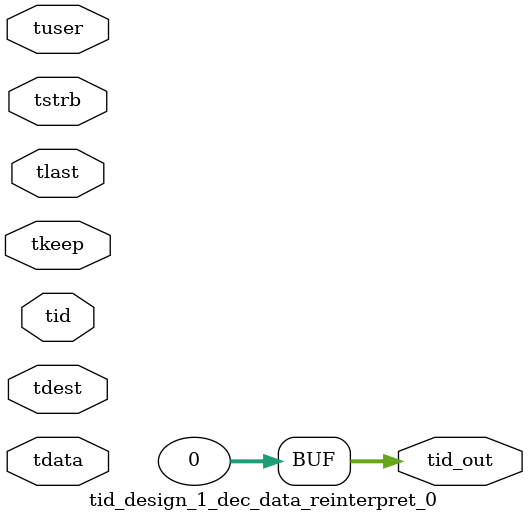
<source format=v>


`timescale 1ps/1ps

module tid_design_1_dec_data_reinterpret_0 #
(
parameter C_S_AXIS_TID_WIDTH   = 1,
parameter C_S_AXIS_TUSER_WIDTH = 0,
parameter C_S_AXIS_TDATA_WIDTH = 0,
parameter C_S_AXIS_TDEST_WIDTH = 0,
parameter C_M_AXIS_TID_WIDTH   = 32
)
(
input  [(C_S_AXIS_TID_WIDTH   == 0 ? 1 : C_S_AXIS_TID_WIDTH)-1:0       ] tid,
input  [(C_S_AXIS_TDATA_WIDTH == 0 ? 1 : C_S_AXIS_TDATA_WIDTH)-1:0     ] tdata,
input  [(C_S_AXIS_TUSER_WIDTH == 0 ? 1 : C_S_AXIS_TUSER_WIDTH)-1:0     ] tuser,
input  [(C_S_AXIS_TDEST_WIDTH == 0 ? 1 : C_S_AXIS_TDEST_WIDTH)-1:0     ] tdest,
input  [(C_S_AXIS_TDATA_WIDTH/8)-1:0 ] tkeep,
input  [(C_S_AXIS_TDATA_WIDTH/8)-1:0 ] tstrb,
input                                                                    tlast,
output [(C_M_AXIS_TID_WIDTH   == 0 ? 1 : C_M_AXIS_TID_WIDTH)-1:0       ] tid_out
);

assign tid_out = {1'b0};

endmodule


</source>
